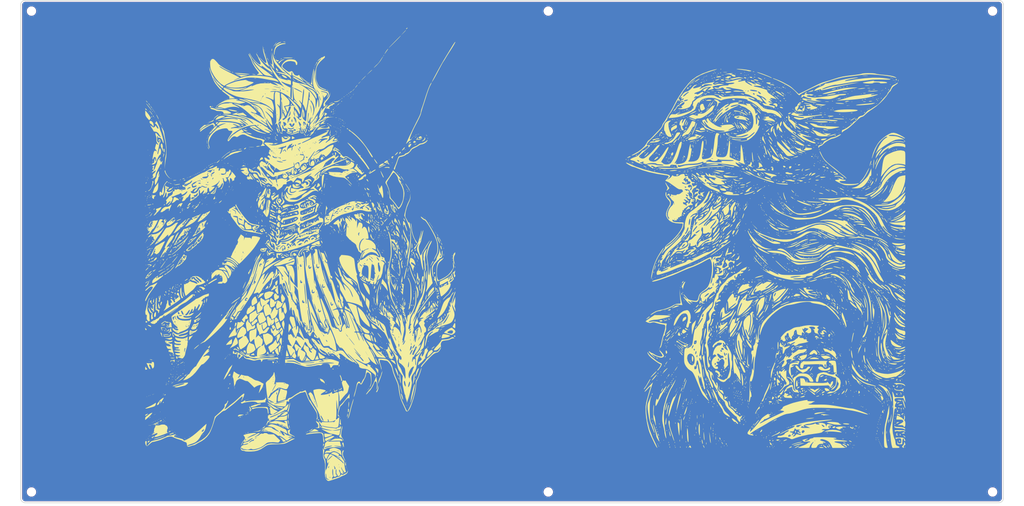
<source format=kicad_pcb>
(kicad_pcb (version 20241229) (generator "pcbnew") (generator_version "9.0")
  (layers (0 "F.Cu" signal) (2 "B.Cu" signal) (13 "F.Paste" user) (15 "B.Paste" user) (5 "F.SilkS" user "F.Silkscreen") (7 "B.SilkS" user "B.Silkscreen") (1 "F.Mask" user) (3 "B.Mask" user) (25 "Edge.Cuts" user))
  (net 0 "")
  (footprint "MountingHole:MountingHole_2.7mm_M2.5" (layer "F.Cu") (at 76.48 231.48)
    (property "Reference" "REF**" (hide yes))
    (property "Value" "MountingHole_2.7mm_M2.5")
    (pad "" np_thru_hole circle (at 0 0) (size 2.7 2.7) (drill 2.7) (layers "*.Cu" "*.Mask"))
  )
  (footprint "MountingHole:MountingHole_2.7mm_M2.5" (layer "F.Cu") (at 243.98 75.48)
    (property "Reference" "REF**" (hide yes))
    (property "Value" "MountingHole_2.7mm_M2.5" (hide yes))
    (pad "" np_thru_hole circle (at 0 0) (size 2.7 2.7) (drill 2.7) (layers "*.Cu" "*.Mask"))
  )
  (footprint "LOGO" (layer "F.Cu") (at 163.6 154.4)
    (property "Reference" "G***" (hide yes))
    (property "Value" "LOGO" (hide yes))
  )
  (footprint "MountingHole:MountingHole_2.7mm_M2.5" (layer "F.Cu") (at 387.98 75.48)
    (property "Reference" "REF**" (hide yes))
    (property "Value" "MountingHole_2.7mm_M2.5")
    (pad "" np_thru_hole circle (at 0 0) (size 2.7 2.7) (drill 2.7) (layers "*.Cu" "*.Mask"))
  )
  (footprint "MountingHole:MountingHole_2.7mm_M2.5" (layer "F.Cu") (at 243.98 231.48)
    (property "Reference" "REF**" (hide yes))
    (property "Value" "MountingHole_2.7mm_M2.5")
    (pad "" np_thru_hole circle (at 0 0) (size 2.7 2.7) (drill 2.7) (layers "*.Cu" "*.Mask"))
  )
  (footprint "MountingHole:MountingHole_2.7mm_M2.5" (layer "F.Cu") (at 76.48 75.48)
    (property "Reference" "REF**" (hide yes))
    (property "Value" "MountingHole_2.7mm_M2.5")
    (pad "" np_thru_hole circle (at 0 0) (size 2.7 2.7) (drill 2.7) (layers "*.Cu" "*.Mask"))
  )
  (footprint "LOGO" (layer "F.Cu") (at 314.4 155.7)
    (property "Reference" "G***" (hide yes))
    (property "Value" "LOGO" (hide yes))
  )
  (footprint "MountingHole:MountingHole_2.7mm_M2.5" (layer "F.Cu") (at 387.98 231.48)
    (property "Reference" "REF**" (hide yes))
    (property "Value" "MountingHole_2.7mm_M2.5")
    (pad "" np_thru_hole circle (at 0 0) (size 2.7 2.7) (drill 2.7) (layers "*.Cu" "*.Mask"))
  )
  (gr_line (start 74.48 71.98) (end 389.98 71.98) (stroke (width 0.2)) (layer "Edge.Cuts"))
  (gr_arc (start 72.98 73.48) (mid 73.41934 72.41934) (end 74.48 71.98) (stroke (width 0.2)) (layer "Edge.Cuts"))
  (gr_arc (start 391.48 233.48) (mid 391.04066 234.54066) (end 389.98 234.98) (stroke (width 0.2)) (layer "Edge.Cuts"))
  (gr_arc (start 389.98 71.98) (mid 391.04066 72.41934) (end 391.48 73.48) (stroke (width 0.2)) (layer "Edge.Cuts"))
  (gr_line (start 72.98 233.48) (end 72.98 73.48) (stroke (width 0.2)) (layer "Edge.Cuts"))
  (gr_arc (start 74.48 234.98) (mid 73.41934 234.54066) (end 72.98 233.48) (stroke (width 0.2)) (layer "Edge.Cuts"))
  (gr_line (start 391.48 73.48) (end 391.48 233.48) (stroke (width 0.2)) (layer "Edge.Cuts"))
  (gr_line (start 389.98 234.98) (end 74.48 234.98) (stroke (width 0.2)) (layer "Edge.Cuts"))
  (zone (net 0) (net_name "") (layers "F.Cu" "B.Cu") (connect_pads (clearance 0.5)) (min_thickness 0.25) (fill yes (thermal_gap 0.5) (thermal_bridge_width 0.5) (island_removal_mode 1) (island_area_min 10))
    (polygon (pts (xy 72.9 71.9) (xy 391.6 71.9) (xy 391.6 235.1) (xy 72.9 235.1)))
  )
)
</source>
